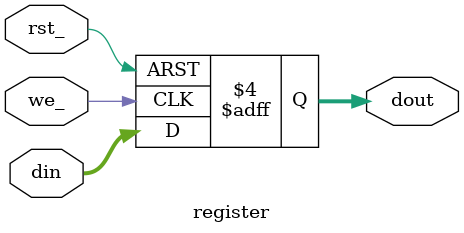
<source format=v>
module register(rst_, din, dout, we_);
    input rst_;
    input[7:0] din;
    output[7:0] dout;
    input we_;
    reg[7:0] dout;

    always @(negedge rst_ or negedge we_)
        if(!rst_)
            dout <= 0;
        else if(!we_)
            dout <= din;

endmodule

</source>
